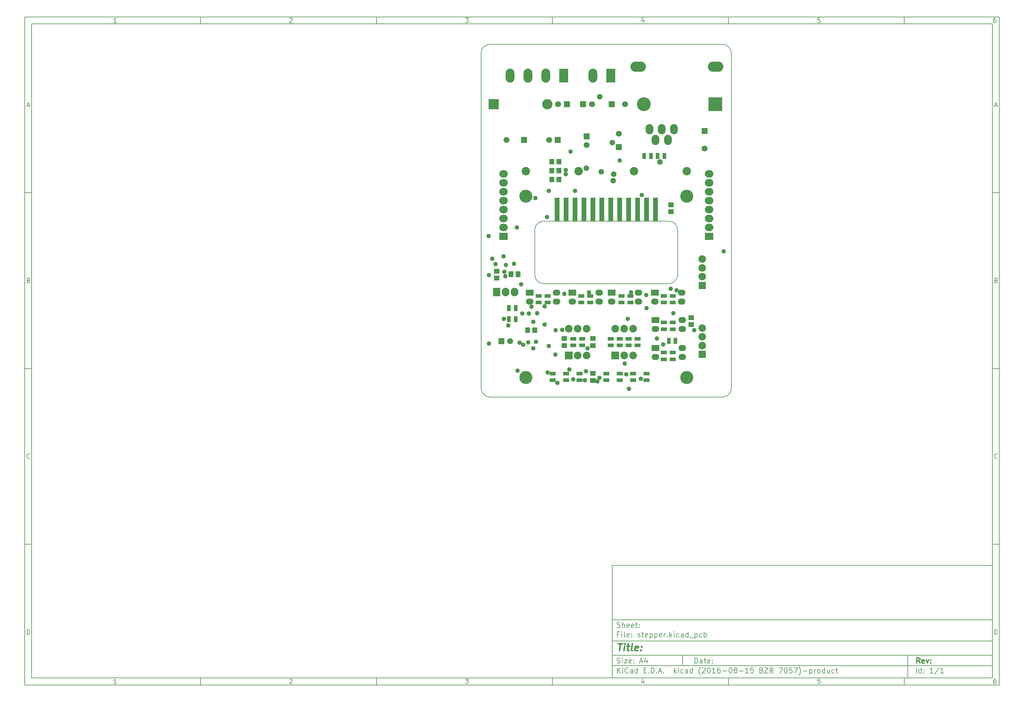
<source format=gbr>
G04 #@! TF.FileFunction,Soldermask,Bot*
%FSLAX46Y46*%
G04 Gerber Fmt 4.6, Leading zero omitted, Abs format (unit mm)*
G04 Created by KiCad (PCBNEW (2016-08-15 BZR 7057)-product) date Tue Nov  8 12:42:18 2016*
%MOMM*%
%LPD*%
G01*
G04 APERTURE LIST*
%ADD10C,0.100000*%
%ADD11C,0.150000*%
%ADD12C,0.300000*%
%ADD13C,0.400000*%
%ADD14C,3.700000*%
%ADD15R,1.400000X1.650000*%
%ADD16R,1.700000X1.100000*%
%ADD17R,1.100000X1.700000*%
%ADD18R,2.178000X2.178000*%
%ADD19C,2.178000*%
%ADD20R,1.650000X1.400000*%
%ADD21R,2.178000X1.700000*%
%ADD22O,2.178000X1.700000*%
%ADD23C,3.940760*%
%ADD24R,3.940760X3.940760*%
%ADD25C,2.150000*%
%ADD26R,2.150000X2.150000*%
%ADD27C,2.940000*%
%ADD28R,2.940000X2.940000*%
%ADD29C,1.700000*%
%ADD30R,1.700000X1.700000*%
%ADD31O,4.400500X2.899360*%
%ADD32R,2.432000X2.127200*%
%ADD33O,2.432000X2.127200*%
%ADD34R,2.500000X4.000000*%
%ADD35O,2.500000X4.000000*%
%ADD36C,2.398980*%
%ADD37R,2.127200X2.432000*%
%ADD38O,2.127200X2.432000*%
%ADD39R,1.400760X6.900000*%
%ADD40O,2.200860X2.899360*%
%ADD41C,1.300000*%
%ADD42C,1.600000*%
G04 APERTURE END LIST*
D10*
D11*
X177002200Y-166007200D02*
X177002200Y-198007200D01*
X285002200Y-198007200D01*
X285002200Y-166007200D01*
X177002200Y-166007200D01*
D10*
D11*
X10000000Y-10000000D02*
X10000000Y-200007200D01*
X287002200Y-200007200D01*
X287002200Y-10000000D01*
X10000000Y-10000000D01*
D10*
D11*
X12000000Y-12000000D02*
X12000000Y-198007200D01*
X285002200Y-198007200D01*
X285002200Y-12000000D01*
X12000000Y-12000000D01*
D10*
D11*
X60000000Y-12000000D02*
X60000000Y-10000000D01*
D10*
D11*
X110000000Y-12000000D02*
X110000000Y-10000000D01*
D10*
D11*
X160000000Y-12000000D02*
X160000000Y-10000000D01*
D10*
D11*
X210000000Y-12000000D02*
X210000000Y-10000000D01*
D10*
D11*
X260000000Y-12000000D02*
X260000000Y-10000000D01*
D10*
D11*
X36065476Y-11588095D02*
X35322619Y-11588095D01*
X35694047Y-11588095D02*
X35694047Y-10288095D01*
X35570238Y-10473809D01*
X35446428Y-10597619D01*
X35322619Y-10659523D01*
D10*
D11*
X85322619Y-10411904D02*
X85384523Y-10350000D01*
X85508333Y-10288095D01*
X85817857Y-10288095D01*
X85941666Y-10350000D01*
X86003571Y-10411904D01*
X86065476Y-10535714D01*
X86065476Y-10659523D01*
X86003571Y-10845238D01*
X85260714Y-11588095D01*
X86065476Y-11588095D01*
D10*
D11*
X135260714Y-10288095D02*
X136065476Y-10288095D01*
X135632142Y-10783333D01*
X135817857Y-10783333D01*
X135941666Y-10845238D01*
X136003571Y-10907142D01*
X136065476Y-11030952D01*
X136065476Y-11340476D01*
X136003571Y-11464285D01*
X135941666Y-11526190D01*
X135817857Y-11588095D01*
X135446428Y-11588095D01*
X135322619Y-11526190D01*
X135260714Y-11464285D01*
D10*
D11*
X185941666Y-10721428D02*
X185941666Y-11588095D01*
X185632142Y-10226190D02*
X185322619Y-11154761D01*
X186127380Y-11154761D01*
D10*
D11*
X236003571Y-10288095D02*
X235384523Y-10288095D01*
X235322619Y-10907142D01*
X235384523Y-10845238D01*
X235508333Y-10783333D01*
X235817857Y-10783333D01*
X235941666Y-10845238D01*
X236003571Y-10907142D01*
X236065476Y-11030952D01*
X236065476Y-11340476D01*
X236003571Y-11464285D01*
X235941666Y-11526190D01*
X235817857Y-11588095D01*
X235508333Y-11588095D01*
X235384523Y-11526190D01*
X235322619Y-11464285D01*
D10*
D11*
X285941666Y-10288095D02*
X285694047Y-10288095D01*
X285570238Y-10350000D01*
X285508333Y-10411904D01*
X285384523Y-10597619D01*
X285322619Y-10845238D01*
X285322619Y-11340476D01*
X285384523Y-11464285D01*
X285446428Y-11526190D01*
X285570238Y-11588095D01*
X285817857Y-11588095D01*
X285941666Y-11526190D01*
X286003571Y-11464285D01*
X286065476Y-11340476D01*
X286065476Y-11030952D01*
X286003571Y-10907142D01*
X285941666Y-10845238D01*
X285817857Y-10783333D01*
X285570238Y-10783333D01*
X285446428Y-10845238D01*
X285384523Y-10907142D01*
X285322619Y-11030952D01*
D10*
D11*
X60000000Y-198007200D02*
X60000000Y-200007200D01*
D10*
D11*
X110000000Y-198007200D02*
X110000000Y-200007200D01*
D10*
D11*
X160000000Y-198007200D02*
X160000000Y-200007200D01*
D10*
D11*
X210000000Y-198007200D02*
X210000000Y-200007200D01*
D10*
D11*
X260000000Y-198007200D02*
X260000000Y-200007200D01*
D10*
D11*
X36065476Y-199595295D02*
X35322619Y-199595295D01*
X35694047Y-199595295D02*
X35694047Y-198295295D01*
X35570238Y-198481009D01*
X35446428Y-198604819D01*
X35322619Y-198666723D01*
D10*
D11*
X85322619Y-198419104D02*
X85384523Y-198357200D01*
X85508333Y-198295295D01*
X85817857Y-198295295D01*
X85941666Y-198357200D01*
X86003571Y-198419104D01*
X86065476Y-198542914D01*
X86065476Y-198666723D01*
X86003571Y-198852438D01*
X85260714Y-199595295D01*
X86065476Y-199595295D01*
D10*
D11*
X135260714Y-198295295D02*
X136065476Y-198295295D01*
X135632142Y-198790533D01*
X135817857Y-198790533D01*
X135941666Y-198852438D01*
X136003571Y-198914342D01*
X136065476Y-199038152D01*
X136065476Y-199347676D01*
X136003571Y-199471485D01*
X135941666Y-199533390D01*
X135817857Y-199595295D01*
X135446428Y-199595295D01*
X135322619Y-199533390D01*
X135260714Y-199471485D01*
D10*
D11*
X185941666Y-198728628D02*
X185941666Y-199595295D01*
X185632142Y-198233390D02*
X185322619Y-199161961D01*
X186127380Y-199161961D01*
D10*
D11*
X236003571Y-198295295D02*
X235384523Y-198295295D01*
X235322619Y-198914342D01*
X235384523Y-198852438D01*
X235508333Y-198790533D01*
X235817857Y-198790533D01*
X235941666Y-198852438D01*
X236003571Y-198914342D01*
X236065476Y-199038152D01*
X236065476Y-199347676D01*
X236003571Y-199471485D01*
X235941666Y-199533390D01*
X235817857Y-199595295D01*
X235508333Y-199595295D01*
X235384523Y-199533390D01*
X235322619Y-199471485D01*
D10*
D11*
X285941666Y-198295295D02*
X285694047Y-198295295D01*
X285570238Y-198357200D01*
X285508333Y-198419104D01*
X285384523Y-198604819D01*
X285322619Y-198852438D01*
X285322619Y-199347676D01*
X285384523Y-199471485D01*
X285446428Y-199533390D01*
X285570238Y-199595295D01*
X285817857Y-199595295D01*
X285941666Y-199533390D01*
X286003571Y-199471485D01*
X286065476Y-199347676D01*
X286065476Y-199038152D01*
X286003571Y-198914342D01*
X285941666Y-198852438D01*
X285817857Y-198790533D01*
X285570238Y-198790533D01*
X285446428Y-198852438D01*
X285384523Y-198914342D01*
X285322619Y-199038152D01*
D10*
D11*
X10000000Y-60000000D02*
X12000000Y-60000000D01*
D10*
D11*
X10000000Y-110000000D02*
X12000000Y-110000000D01*
D10*
D11*
X10000000Y-160000000D02*
X12000000Y-160000000D01*
D10*
D11*
X10690476Y-35216666D02*
X11309523Y-35216666D01*
X10566666Y-35588095D02*
X11000000Y-34288095D01*
X11433333Y-35588095D01*
D10*
D11*
X11092857Y-84907142D02*
X11278571Y-84969047D01*
X11340476Y-85030952D01*
X11402380Y-85154761D01*
X11402380Y-85340476D01*
X11340476Y-85464285D01*
X11278571Y-85526190D01*
X11154761Y-85588095D01*
X10659523Y-85588095D01*
X10659523Y-84288095D01*
X11092857Y-84288095D01*
X11216666Y-84350000D01*
X11278571Y-84411904D01*
X11340476Y-84535714D01*
X11340476Y-84659523D01*
X11278571Y-84783333D01*
X11216666Y-84845238D01*
X11092857Y-84907142D01*
X10659523Y-84907142D01*
D10*
D11*
X11402380Y-135464285D02*
X11340476Y-135526190D01*
X11154761Y-135588095D01*
X11030952Y-135588095D01*
X10845238Y-135526190D01*
X10721428Y-135402380D01*
X10659523Y-135278571D01*
X10597619Y-135030952D01*
X10597619Y-134845238D01*
X10659523Y-134597619D01*
X10721428Y-134473809D01*
X10845238Y-134350000D01*
X11030952Y-134288095D01*
X11154761Y-134288095D01*
X11340476Y-134350000D01*
X11402380Y-134411904D01*
D10*
D11*
X10659523Y-185588095D02*
X10659523Y-184288095D01*
X10969047Y-184288095D01*
X11154761Y-184350000D01*
X11278571Y-184473809D01*
X11340476Y-184597619D01*
X11402380Y-184845238D01*
X11402380Y-185030952D01*
X11340476Y-185278571D01*
X11278571Y-185402380D01*
X11154761Y-185526190D01*
X10969047Y-185588095D01*
X10659523Y-185588095D01*
D10*
D11*
X287002200Y-60000000D02*
X285002200Y-60000000D01*
D10*
D11*
X287002200Y-110000000D02*
X285002200Y-110000000D01*
D10*
D11*
X287002200Y-160000000D02*
X285002200Y-160000000D01*
D10*
D11*
X285692676Y-35216666D02*
X286311723Y-35216666D01*
X285568866Y-35588095D02*
X286002200Y-34288095D01*
X286435533Y-35588095D01*
D10*
D11*
X286095057Y-84907142D02*
X286280771Y-84969047D01*
X286342676Y-85030952D01*
X286404580Y-85154761D01*
X286404580Y-85340476D01*
X286342676Y-85464285D01*
X286280771Y-85526190D01*
X286156961Y-85588095D01*
X285661723Y-85588095D01*
X285661723Y-84288095D01*
X286095057Y-84288095D01*
X286218866Y-84350000D01*
X286280771Y-84411904D01*
X286342676Y-84535714D01*
X286342676Y-84659523D01*
X286280771Y-84783333D01*
X286218866Y-84845238D01*
X286095057Y-84907142D01*
X285661723Y-84907142D01*
D10*
D11*
X286404580Y-135464285D02*
X286342676Y-135526190D01*
X286156961Y-135588095D01*
X286033152Y-135588095D01*
X285847438Y-135526190D01*
X285723628Y-135402380D01*
X285661723Y-135278571D01*
X285599819Y-135030952D01*
X285599819Y-134845238D01*
X285661723Y-134597619D01*
X285723628Y-134473809D01*
X285847438Y-134350000D01*
X286033152Y-134288095D01*
X286156961Y-134288095D01*
X286342676Y-134350000D01*
X286404580Y-134411904D01*
D10*
D11*
X285661723Y-185588095D02*
X285661723Y-184288095D01*
X285971247Y-184288095D01*
X286156961Y-184350000D01*
X286280771Y-184473809D01*
X286342676Y-184597619D01*
X286404580Y-184845238D01*
X286404580Y-185030952D01*
X286342676Y-185278571D01*
X286280771Y-185402380D01*
X286156961Y-185526190D01*
X285971247Y-185588095D01*
X285661723Y-185588095D01*
D10*
D11*
X200434342Y-193785771D02*
X200434342Y-192285771D01*
X200791485Y-192285771D01*
X201005771Y-192357200D01*
X201148628Y-192500057D01*
X201220057Y-192642914D01*
X201291485Y-192928628D01*
X201291485Y-193142914D01*
X201220057Y-193428628D01*
X201148628Y-193571485D01*
X201005771Y-193714342D01*
X200791485Y-193785771D01*
X200434342Y-193785771D01*
X202577200Y-193785771D02*
X202577200Y-193000057D01*
X202505771Y-192857200D01*
X202362914Y-192785771D01*
X202077200Y-192785771D01*
X201934342Y-192857200D01*
X202577200Y-193714342D02*
X202434342Y-193785771D01*
X202077200Y-193785771D01*
X201934342Y-193714342D01*
X201862914Y-193571485D01*
X201862914Y-193428628D01*
X201934342Y-193285771D01*
X202077200Y-193214342D01*
X202434342Y-193214342D01*
X202577200Y-193142914D01*
X203077200Y-192785771D02*
X203648628Y-192785771D01*
X203291485Y-192285771D02*
X203291485Y-193571485D01*
X203362914Y-193714342D01*
X203505771Y-193785771D01*
X203648628Y-193785771D01*
X204720057Y-193714342D02*
X204577200Y-193785771D01*
X204291485Y-193785771D01*
X204148628Y-193714342D01*
X204077200Y-193571485D01*
X204077200Y-193000057D01*
X204148628Y-192857200D01*
X204291485Y-192785771D01*
X204577200Y-192785771D01*
X204720057Y-192857200D01*
X204791485Y-193000057D01*
X204791485Y-193142914D01*
X204077200Y-193285771D01*
X205434342Y-193642914D02*
X205505771Y-193714342D01*
X205434342Y-193785771D01*
X205362914Y-193714342D01*
X205434342Y-193642914D01*
X205434342Y-193785771D01*
X205434342Y-192857200D02*
X205505771Y-192928628D01*
X205434342Y-193000057D01*
X205362914Y-192928628D01*
X205434342Y-192857200D01*
X205434342Y-193000057D01*
D10*
D11*
X177002200Y-194507200D02*
X285002200Y-194507200D01*
D10*
D11*
X178434342Y-196585771D02*
X178434342Y-195085771D01*
X179291485Y-196585771D02*
X178648628Y-195728628D01*
X179291485Y-195085771D02*
X178434342Y-195942914D01*
X179934342Y-196585771D02*
X179934342Y-195585771D01*
X179934342Y-195085771D02*
X179862914Y-195157200D01*
X179934342Y-195228628D01*
X180005771Y-195157200D01*
X179934342Y-195085771D01*
X179934342Y-195228628D01*
X181505771Y-196442914D02*
X181434342Y-196514342D01*
X181220057Y-196585771D01*
X181077200Y-196585771D01*
X180862914Y-196514342D01*
X180720057Y-196371485D01*
X180648628Y-196228628D01*
X180577200Y-195942914D01*
X180577200Y-195728628D01*
X180648628Y-195442914D01*
X180720057Y-195300057D01*
X180862914Y-195157200D01*
X181077200Y-195085771D01*
X181220057Y-195085771D01*
X181434342Y-195157200D01*
X181505771Y-195228628D01*
X182791485Y-196585771D02*
X182791485Y-195800057D01*
X182720057Y-195657200D01*
X182577200Y-195585771D01*
X182291485Y-195585771D01*
X182148628Y-195657200D01*
X182791485Y-196514342D02*
X182648628Y-196585771D01*
X182291485Y-196585771D01*
X182148628Y-196514342D01*
X182077200Y-196371485D01*
X182077200Y-196228628D01*
X182148628Y-196085771D01*
X182291485Y-196014342D01*
X182648628Y-196014342D01*
X182791485Y-195942914D01*
X184148628Y-196585771D02*
X184148628Y-195085771D01*
X184148628Y-196514342D02*
X184005771Y-196585771D01*
X183720057Y-196585771D01*
X183577200Y-196514342D01*
X183505771Y-196442914D01*
X183434342Y-196300057D01*
X183434342Y-195871485D01*
X183505771Y-195728628D01*
X183577200Y-195657200D01*
X183720057Y-195585771D01*
X184005771Y-195585771D01*
X184148628Y-195657200D01*
X186005771Y-195800057D02*
X186505771Y-195800057D01*
X186720057Y-196585771D02*
X186005771Y-196585771D01*
X186005771Y-195085771D01*
X186720057Y-195085771D01*
X187362914Y-196442914D02*
X187434342Y-196514342D01*
X187362914Y-196585771D01*
X187291485Y-196514342D01*
X187362914Y-196442914D01*
X187362914Y-196585771D01*
X188077200Y-196585771D02*
X188077200Y-195085771D01*
X188434342Y-195085771D01*
X188648628Y-195157200D01*
X188791485Y-195300057D01*
X188862914Y-195442914D01*
X188934342Y-195728628D01*
X188934342Y-195942914D01*
X188862914Y-196228628D01*
X188791485Y-196371485D01*
X188648628Y-196514342D01*
X188434342Y-196585771D01*
X188077200Y-196585771D01*
X189577200Y-196442914D02*
X189648628Y-196514342D01*
X189577200Y-196585771D01*
X189505771Y-196514342D01*
X189577200Y-196442914D01*
X189577200Y-196585771D01*
X190220057Y-196157200D02*
X190934342Y-196157200D01*
X190077200Y-196585771D02*
X190577200Y-195085771D01*
X191077200Y-196585771D01*
X191577200Y-196442914D02*
X191648628Y-196514342D01*
X191577200Y-196585771D01*
X191505771Y-196514342D01*
X191577200Y-196442914D01*
X191577200Y-196585771D01*
X194577200Y-196585771D02*
X194577200Y-195085771D01*
X194720057Y-196014342D02*
X195148628Y-196585771D01*
X195148628Y-195585771D02*
X194577200Y-196157200D01*
X195791485Y-196585771D02*
X195791485Y-195585771D01*
X195791485Y-195085771D02*
X195720057Y-195157200D01*
X195791485Y-195228628D01*
X195862914Y-195157200D01*
X195791485Y-195085771D01*
X195791485Y-195228628D01*
X197148628Y-196514342D02*
X197005771Y-196585771D01*
X196720057Y-196585771D01*
X196577200Y-196514342D01*
X196505771Y-196442914D01*
X196434342Y-196300057D01*
X196434342Y-195871485D01*
X196505771Y-195728628D01*
X196577200Y-195657200D01*
X196720057Y-195585771D01*
X197005771Y-195585771D01*
X197148628Y-195657200D01*
X198434342Y-196585771D02*
X198434342Y-195800057D01*
X198362914Y-195657200D01*
X198220057Y-195585771D01*
X197934342Y-195585771D01*
X197791485Y-195657200D01*
X198434342Y-196514342D02*
X198291485Y-196585771D01*
X197934342Y-196585771D01*
X197791485Y-196514342D01*
X197720057Y-196371485D01*
X197720057Y-196228628D01*
X197791485Y-196085771D01*
X197934342Y-196014342D01*
X198291485Y-196014342D01*
X198434342Y-195942914D01*
X199791485Y-196585771D02*
X199791485Y-195085771D01*
X199791485Y-196514342D02*
X199648628Y-196585771D01*
X199362914Y-196585771D01*
X199220057Y-196514342D01*
X199148628Y-196442914D01*
X199077200Y-196300057D01*
X199077200Y-195871485D01*
X199148628Y-195728628D01*
X199220057Y-195657200D01*
X199362914Y-195585771D01*
X199648628Y-195585771D01*
X199791485Y-195657200D01*
X202077200Y-197157200D02*
X202005771Y-197085771D01*
X201862914Y-196871485D01*
X201791485Y-196728628D01*
X201720057Y-196514342D01*
X201648628Y-196157200D01*
X201648628Y-195871485D01*
X201720057Y-195514342D01*
X201791485Y-195300057D01*
X201862914Y-195157200D01*
X202005771Y-194942914D01*
X202077200Y-194871485D01*
X202577200Y-195228628D02*
X202648628Y-195157200D01*
X202791485Y-195085771D01*
X203148628Y-195085771D01*
X203291485Y-195157200D01*
X203362914Y-195228628D01*
X203434342Y-195371485D01*
X203434342Y-195514342D01*
X203362914Y-195728628D01*
X202505771Y-196585771D01*
X203434342Y-196585771D01*
X204362914Y-195085771D02*
X204505771Y-195085771D01*
X204648628Y-195157200D01*
X204720057Y-195228628D01*
X204791485Y-195371485D01*
X204862914Y-195657200D01*
X204862914Y-196014342D01*
X204791485Y-196300057D01*
X204720057Y-196442914D01*
X204648628Y-196514342D01*
X204505771Y-196585771D01*
X204362914Y-196585771D01*
X204220057Y-196514342D01*
X204148628Y-196442914D01*
X204077200Y-196300057D01*
X204005771Y-196014342D01*
X204005771Y-195657200D01*
X204077200Y-195371485D01*
X204148628Y-195228628D01*
X204220057Y-195157200D01*
X204362914Y-195085771D01*
X206291485Y-196585771D02*
X205434342Y-196585771D01*
X205862914Y-196585771D02*
X205862914Y-195085771D01*
X205720057Y-195300057D01*
X205577200Y-195442914D01*
X205434342Y-195514342D01*
X207577200Y-195085771D02*
X207291485Y-195085771D01*
X207148628Y-195157200D01*
X207077200Y-195228628D01*
X206934342Y-195442914D01*
X206862914Y-195728628D01*
X206862914Y-196300057D01*
X206934342Y-196442914D01*
X207005771Y-196514342D01*
X207148628Y-196585771D01*
X207434342Y-196585771D01*
X207577200Y-196514342D01*
X207648628Y-196442914D01*
X207720057Y-196300057D01*
X207720057Y-195942914D01*
X207648628Y-195800057D01*
X207577200Y-195728628D01*
X207434342Y-195657200D01*
X207148628Y-195657200D01*
X207005771Y-195728628D01*
X206934342Y-195800057D01*
X206862914Y-195942914D01*
X208362914Y-196014342D02*
X209505771Y-196014342D01*
X210505771Y-195085771D02*
X210648628Y-195085771D01*
X210791485Y-195157200D01*
X210862914Y-195228628D01*
X210934342Y-195371485D01*
X211005771Y-195657200D01*
X211005771Y-196014342D01*
X210934342Y-196300057D01*
X210862914Y-196442914D01*
X210791485Y-196514342D01*
X210648628Y-196585771D01*
X210505771Y-196585771D01*
X210362914Y-196514342D01*
X210291485Y-196442914D01*
X210220057Y-196300057D01*
X210148628Y-196014342D01*
X210148628Y-195657200D01*
X210220057Y-195371485D01*
X210291485Y-195228628D01*
X210362914Y-195157200D01*
X210505771Y-195085771D01*
X211862914Y-195728628D02*
X211720057Y-195657200D01*
X211648628Y-195585771D01*
X211577200Y-195442914D01*
X211577200Y-195371485D01*
X211648628Y-195228628D01*
X211720057Y-195157200D01*
X211862914Y-195085771D01*
X212148628Y-195085771D01*
X212291485Y-195157200D01*
X212362914Y-195228628D01*
X212434342Y-195371485D01*
X212434342Y-195442914D01*
X212362914Y-195585771D01*
X212291485Y-195657200D01*
X212148628Y-195728628D01*
X211862914Y-195728628D01*
X211720057Y-195800057D01*
X211648628Y-195871485D01*
X211577200Y-196014342D01*
X211577200Y-196300057D01*
X211648628Y-196442914D01*
X211720057Y-196514342D01*
X211862914Y-196585771D01*
X212148628Y-196585771D01*
X212291485Y-196514342D01*
X212362914Y-196442914D01*
X212434342Y-196300057D01*
X212434342Y-196014342D01*
X212362914Y-195871485D01*
X212291485Y-195800057D01*
X212148628Y-195728628D01*
X213077200Y-196014342D02*
X214220057Y-196014342D01*
X215720057Y-196585771D02*
X214862914Y-196585771D01*
X215291485Y-196585771D02*
X215291485Y-195085771D01*
X215148628Y-195300057D01*
X215005771Y-195442914D01*
X214862914Y-195514342D01*
X217077200Y-195085771D02*
X216362914Y-195085771D01*
X216291485Y-195800057D01*
X216362914Y-195728628D01*
X216505771Y-195657200D01*
X216862914Y-195657200D01*
X217005771Y-195728628D01*
X217077200Y-195800057D01*
X217148628Y-195942914D01*
X217148628Y-196300057D01*
X217077200Y-196442914D01*
X217005771Y-196514342D01*
X216862914Y-196585771D01*
X216505771Y-196585771D01*
X216362914Y-196514342D01*
X216291485Y-196442914D01*
X219434342Y-195800057D02*
X219648628Y-195871485D01*
X219720057Y-195942914D01*
X219791485Y-196085771D01*
X219791485Y-196300057D01*
X219720057Y-196442914D01*
X219648628Y-196514342D01*
X219505771Y-196585771D01*
X218934342Y-196585771D01*
X218934342Y-195085771D01*
X219434342Y-195085771D01*
X219577200Y-195157200D01*
X219648628Y-195228628D01*
X219720057Y-195371485D01*
X219720057Y-195514342D01*
X219648628Y-195657200D01*
X219577200Y-195728628D01*
X219434342Y-195800057D01*
X218934342Y-195800057D01*
X220291485Y-195085771D02*
X221291485Y-195085771D01*
X220291485Y-196585771D01*
X221291485Y-196585771D01*
X222720057Y-196585771D02*
X222220057Y-195871485D01*
X221862914Y-196585771D02*
X221862914Y-195085771D01*
X222434342Y-195085771D01*
X222577200Y-195157200D01*
X222648628Y-195228628D01*
X222720057Y-195371485D01*
X222720057Y-195585771D01*
X222648628Y-195728628D01*
X222577200Y-195800057D01*
X222434342Y-195871485D01*
X221862914Y-195871485D01*
X224362914Y-195085771D02*
X225362914Y-195085771D01*
X224720057Y-196585771D01*
X226220057Y-195085771D02*
X226362914Y-195085771D01*
X226505771Y-195157200D01*
X226577200Y-195228628D01*
X226648628Y-195371485D01*
X226720057Y-195657200D01*
X226720057Y-196014342D01*
X226648628Y-196300057D01*
X226577200Y-196442914D01*
X226505771Y-196514342D01*
X226362914Y-196585771D01*
X226220057Y-196585771D01*
X226077200Y-196514342D01*
X226005771Y-196442914D01*
X225934342Y-196300057D01*
X225862914Y-196014342D01*
X225862914Y-195657200D01*
X225934342Y-195371485D01*
X226005771Y-195228628D01*
X226077200Y-195157200D01*
X226220057Y-195085771D01*
X228077200Y-195085771D02*
X227362914Y-195085771D01*
X227291485Y-195800057D01*
X227362914Y-195728628D01*
X227505771Y-195657200D01*
X227862914Y-195657200D01*
X228005771Y-195728628D01*
X228077200Y-195800057D01*
X228148628Y-195942914D01*
X228148628Y-196300057D01*
X228077200Y-196442914D01*
X228005771Y-196514342D01*
X227862914Y-196585771D01*
X227505771Y-196585771D01*
X227362914Y-196514342D01*
X227291485Y-196442914D01*
X228648628Y-195085771D02*
X229648628Y-195085771D01*
X229005771Y-196585771D01*
X230077199Y-197157200D02*
X230148628Y-197085771D01*
X230291485Y-196871485D01*
X230362914Y-196728628D01*
X230434342Y-196514342D01*
X230505771Y-196157200D01*
X230505771Y-195871485D01*
X230434342Y-195514342D01*
X230362914Y-195300057D01*
X230291485Y-195157200D01*
X230148628Y-194942914D01*
X230077199Y-194871485D01*
X231220057Y-196014342D02*
X232362914Y-196014342D01*
X233077199Y-195585771D02*
X233077199Y-197085771D01*
X233077199Y-195657200D02*
X233220057Y-195585771D01*
X233505771Y-195585771D01*
X233648628Y-195657200D01*
X233720057Y-195728628D01*
X233791485Y-195871485D01*
X233791485Y-196300057D01*
X233720057Y-196442914D01*
X233648628Y-196514342D01*
X233505771Y-196585771D01*
X233220057Y-196585771D01*
X233077199Y-196514342D01*
X234434342Y-196585771D02*
X234434342Y-195585771D01*
X234434342Y-195871485D02*
X234505771Y-195728628D01*
X234577199Y-195657200D01*
X234720057Y-195585771D01*
X234862914Y-195585771D01*
X235577199Y-196585771D02*
X235434342Y-196514342D01*
X235362914Y-196442914D01*
X235291485Y-196300057D01*
X235291485Y-195871485D01*
X235362914Y-195728628D01*
X235434342Y-195657200D01*
X235577199Y-195585771D01*
X235791485Y-195585771D01*
X235934342Y-195657200D01*
X236005771Y-195728628D01*
X236077199Y-195871485D01*
X236077199Y-196300057D01*
X236005771Y-196442914D01*
X235934342Y-196514342D01*
X235791485Y-196585771D01*
X235577199Y-196585771D01*
X237362914Y-196585771D02*
X237362914Y-195085771D01*
X237362914Y-196514342D02*
X237220057Y-196585771D01*
X236934342Y-196585771D01*
X236791485Y-196514342D01*
X236720057Y-196442914D01*
X236648628Y-196300057D01*
X236648628Y-195871485D01*
X236720057Y-195728628D01*
X236791485Y-195657200D01*
X236934342Y-195585771D01*
X237220057Y-195585771D01*
X237362914Y-195657200D01*
X238720057Y-195585771D02*
X238720057Y-196585771D01*
X238077199Y-195585771D02*
X238077199Y-196371485D01*
X238148628Y-196514342D01*
X238291485Y-196585771D01*
X238505771Y-196585771D01*
X238648628Y-196514342D01*
X238720057Y-196442914D01*
X240077199Y-196514342D02*
X239934342Y-196585771D01*
X239648628Y-196585771D01*
X239505771Y-196514342D01*
X239434342Y-196442914D01*
X239362914Y-196300057D01*
X239362914Y-195871485D01*
X239434342Y-195728628D01*
X239505771Y-195657200D01*
X239648628Y-195585771D01*
X239934342Y-195585771D01*
X240077199Y-195657200D01*
X240505771Y-195585771D02*
X241077199Y-195585771D01*
X240720057Y-195085771D02*
X240720057Y-196371485D01*
X240791485Y-196514342D01*
X240934342Y-196585771D01*
X241077199Y-196585771D01*
D10*
D11*
X177002200Y-191507200D02*
X285002200Y-191507200D01*
D10*
D12*
X264411485Y-193785771D02*
X263911485Y-193071485D01*
X263554342Y-193785771D02*
X263554342Y-192285771D01*
X264125771Y-192285771D01*
X264268628Y-192357200D01*
X264340057Y-192428628D01*
X264411485Y-192571485D01*
X264411485Y-192785771D01*
X264340057Y-192928628D01*
X264268628Y-193000057D01*
X264125771Y-193071485D01*
X263554342Y-193071485D01*
X265625771Y-193714342D02*
X265482914Y-193785771D01*
X265197200Y-193785771D01*
X265054342Y-193714342D01*
X264982914Y-193571485D01*
X264982914Y-193000057D01*
X265054342Y-192857200D01*
X265197200Y-192785771D01*
X265482914Y-192785771D01*
X265625771Y-192857200D01*
X265697200Y-193000057D01*
X265697200Y-193142914D01*
X264982914Y-193285771D01*
X266197200Y-192785771D02*
X266554342Y-193785771D01*
X266911485Y-192785771D01*
X267482914Y-193642914D02*
X267554342Y-193714342D01*
X267482914Y-193785771D01*
X267411485Y-193714342D01*
X267482914Y-193642914D01*
X267482914Y-193785771D01*
X267482914Y-192857200D02*
X267554342Y-192928628D01*
X267482914Y-193000057D01*
X267411485Y-192928628D01*
X267482914Y-192857200D01*
X267482914Y-193000057D01*
D10*
D11*
X178362914Y-193714342D02*
X178577200Y-193785771D01*
X178934342Y-193785771D01*
X179077200Y-193714342D01*
X179148628Y-193642914D01*
X179220057Y-193500057D01*
X179220057Y-193357200D01*
X179148628Y-193214342D01*
X179077200Y-193142914D01*
X178934342Y-193071485D01*
X178648628Y-193000057D01*
X178505771Y-192928628D01*
X178434342Y-192857200D01*
X178362914Y-192714342D01*
X178362914Y-192571485D01*
X178434342Y-192428628D01*
X178505771Y-192357200D01*
X178648628Y-192285771D01*
X179005771Y-192285771D01*
X179220057Y-192357200D01*
X179862914Y-193785771D02*
X179862914Y-192785771D01*
X179862914Y-192285771D02*
X179791485Y-192357200D01*
X179862914Y-192428628D01*
X179934342Y-192357200D01*
X179862914Y-192285771D01*
X179862914Y-192428628D01*
X180434342Y-192785771D02*
X181220057Y-192785771D01*
X180434342Y-193785771D01*
X181220057Y-193785771D01*
X182362914Y-193714342D02*
X182220057Y-193785771D01*
X181934342Y-193785771D01*
X181791485Y-193714342D01*
X181720057Y-193571485D01*
X181720057Y-193000057D01*
X181791485Y-192857200D01*
X181934342Y-192785771D01*
X182220057Y-192785771D01*
X182362914Y-192857200D01*
X182434342Y-193000057D01*
X182434342Y-193142914D01*
X181720057Y-193285771D01*
X183077200Y-193642914D02*
X183148628Y-193714342D01*
X183077200Y-193785771D01*
X183005771Y-193714342D01*
X183077200Y-193642914D01*
X183077200Y-193785771D01*
X183077200Y-192857200D02*
X183148628Y-192928628D01*
X183077200Y-193000057D01*
X183005771Y-192928628D01*
X183077200Y-192857200D01*
X183077200Y-193000057D01*
X184862914Y-193357200D02*
X185577200Y-193357200D01*
X184720057Y-193785771D02*
X185220057Y-192285771D01*
X185720057Y-193785771D01*
X186862914Y-192785771D02*
X186862914Y-193785771D01*
X186505771Y-192214342D02*
X186148628Y-193285771D01*
X187077200Y-193285771D01*
D10*
D11*
X263434342Y-196585771D02*
X263434342Y-195085771D01*
X264791485Y-196585771D02*
X264791485Y-195085771D01*
X264791485Y-196514342D02*
X264648628Y-196585771D01*
X264362914Y-196585771D01*
X264220057Y-196514342D01*
X264148628Y-196442914D01*
X264077200Y-196300057D01*
X264077200Y-195871485D01*
X264148628Y-195728628D01*
X264220057Y-195657200D01*
X264362914Y-195585771D01*
X264648628Y-195585771D01*
X264791485Y-195657200D01*
X265505771Y-196442914D02*
X265577200Y-196514342D01*
X265505771Y-196585771D01*
X265434342Y-196514342D01*
X265505771Y-196442914D01*
X265505771Y-196585771D01*
X265505771Y-195657200D02*
X265577200Y-195728628D01*
X265505771Y-195800057D01*
X265434342Y-195728628D01*
X265505771Y-195657200D01*
X265505771Y-195800057D01*
X268148628Y-196585771D02*
X267291485Y-196585771D01*
X267720057Y-196585771D02*
X267720057Y-195085771D01*
X267577200Y-195300057D01*
X267434342Y-195442914D01*
X267291485Y-195514342D01*
X269862914Y-195014342D02*
X268577200Y-196942914D01*
X271148628Y-196585771D02*
X270291485Y-196585771D01*
X270720057Y-196585771D02*
X270720057Y-195085771D01*
X270577200Y-195300057D01*
X270434342Y-195442914D01*
X270291485Y-195514342D01*
D10*
D11*
X177002200Y-187507200D02*
X285002200Y-187507200D01*
D10*
D13*
X178714580Y-188211961D02*
X179857438Y-188211961D01*
X179036009Y-190211961D02*
X179286009Y-188211961D01*
X180274104Y-190211961D02*
X180440771Y-188878628D01*
X180524104Y-188211961D02*
X180416961Y-188307200D01*
X180500295Y-188402438D01*
X180607438Y-188307200D01*
X180524104Y-188211961D01*
X180500295Y-188402438D01*
X181107438Y-188878628D02*
X181869342Y-188878628D01*
X181476485Y-188211961D02*
X181262200Y-189926247D01*
X181333628Y-190116723D01*
X181512200Y-190211961D01*
X181702676Y-190211961D01*
X182655057Y-190211961D02*
X182476485Y-190116723D01*
X182405057Y-189926247D01*
X182619342Y-188211961D01*
X184190771Y-190116723D02*
X183988390Y-190211961D01*
X183607438Y-190211961D01*
X183428866Y-190116723D01*
X183357438Y-189926247D01*
X183452676Y-189164342D01*
X183571723Y-188973866D01*
X183774104Y-188878628D01*
X184155057Y-188878628D01*
X184333628Y-188973866D01*
X184405057Y-189164342D01*
X184381247Y-189354819D01*
X183405057Y-189545295D01*
X185155057Y-190021485D02*
X185238390Y-190116723D01*
X185131247Y-190211961D01*
X185047914Y-190116723D01*
X185155057Y-190021485D01*
X185131247Y-190211961D01*
X185286009Y-188973866D02*
X185369342Y-189069104D01*
X185262200Y-189164342D01*
X185178866Y-189069104D01*
X185286009Y-188973866D01*
X185262200Y-189164342D01*
D10*
D11*
X178934342Y-185600057D02*
X178434342Y-185600057D01*
X178434342Y-186385771D02*
X178434342Y-184885771D01*
X179148628Y-184885771D01*
X179720057Y-186385771D02*
X179720057Y-185385771D01*
X179720057Y-184885771D02*
X179648628Y-184957200D01*
X179720057Y-185028628D01*
X179791485Y-184957200D01*
X179720057Y-184885771D01*
X179720057Y-185028628D01*
X180648628Y-186385771D02*
X180505771Y-186314342D01*
X180434342Y-186171485D01*
X180434342Y-184885771D01*
X181791485Y-186314342D02*
X181648628Y-186385771D01*
X181362914Y-186385771D01*
X181220057Y-186314342D01*
X181148628Y-186171485D01*
X181148628Y-185600057D01*
X181220057Y-185457200D01*
X181362914Y-185385771D01*
X181648628Y-185385771D01*
X181791485Y-185457200D01*
X181862914Y-185600057D01*
X181862914Y-185742914D01*
X181148628Y-185885771D01*
X182505771Y-186242914D02*
X182577200Y-186314342D01*
X182505771Y-186385771D01*
X182434342Y-186314342D01*
X182505771Y-186242914D01*
X182505771Y-186385771D01*
X182505771Y-185457200D02*
X182577200Y-185528628D01*
X182505771Y-185600057D01*
X182434342Y-185528628D01*
X182505771Y-185457200D01*
X182505771Y-185600057D01*
X184291485Y-186314342D02*
X184434342Y-186385771D01*
X184720057Y-186385771D01*
X184862914Y-186314342D01*
X184934342Y-186171485D01*
X184934342Y-186100057D01*
X184862914Y-185957200D01*
X184720057Y-185885771D01*
X184505771Y-185885771D01*
X184362914Y-185814342D01*
X184291485Y-185671485D01*
X184291485Y-185600057D01*
X184362914Y-185457200D01*
X184505771Y-185385771D01*
X184720057Y-185385771D01*
X184862914Y-185457200D01*
X185362914Y-185385771D02*
X185934342Y-185385771D01*
X185577200Y-184885771D02*
X185577200Y-186171485D01*
X185648628Y-186314342D01*
X185791485Y-186385771D01*
X185934342Y-186385771D01*
X187005771Y-186314342D02*
X186862914Y-186385771D01*
X186577200Y-186385771D01*
X186434342Y-186314342D01*
X186362914Y-186171485D01*
X186362914Y-185600057D01*
X186434342Y-185457200D01*
X186577200Y-185385771D01*
X186862914Y-185385771D01*
X187005771Y-185457200D01*
X187077200Y-185600057D01*
X187077200Y-185742914D01*
X186362914Y-185885771D01*
X187720057Y-185385771D02*
X187720057Y-186885771D01*
X187720057Y-185457200D02*
X187862914Y-185385771D01*
X188148628Y-185385771D01*
X188291485Y-185457200D01*
X188362914Y-185528628D01*
X188434342Y-185671485D01*
X188434342Y-186100057D01*
X188362914Y-186242914D01*
X188291485Y-186314342D01*
X188148628Y-186385771D01*
X187862914Y-186385771D01*
X187720057Y-186314342D01*
X189077200Y-185385771D02*
X189077200Y-186885771D01*
X189077200Y-185457200D02*
X189220057Y-185385771D01*
X189505771Y-185385771D01*
X189648628Y-185457200D01*
X189720057Y-185528628D01*
X189791485Y-185671485D01*
X189791485Y-186100057D01*
X189720057Y-186242914D01*
X189648628Y-186314342D01*
X189505771Y-186385771D01*
X189220057Y-186385771D01*
X189077200Y-186314342D01*
X191005771Y-186314342D02*
X190862914Y-186385771D01*
X190577200Y-186385771D01*
X190434342Y-186314342D01*
X190362914Y-186171485D01*
X190362914Y-185600057D01*
X190434342Y-185457200D01*
X190577200Y-185385771D01*
X190862914Y-185385771D01*
X191005771Y-185457200D01*
X191077200Y-185600057D01*
X191077200Y-185742914D01*
X190362914Y-185885771D01*
X191720057Y-186385771D02*
X191720057Y-185385771D01*
X191720057Y-185671485D02*
X191791485Y-185528628D01*
X191862914Y-185457200D01*
X192005771Y-185385771D01*
X192148628Y-185385771D01*
X192648628Y-186242914D02*
X192720057Y-186314342D01*
X192648628Y-186385771D01*
X192577200Y-186314342D01*
X192648628Y-186242914D01*
X192648628Y-186385771D01*
X193362914Y-186385771D02*
X193362914Y-184885771D01*
X193505771Y-185814342D02*
X193934342Y-186385771D01*
X193934342Y-185385771D02*
X193362914Y-185957200D01*
X194577200Y-186385771D02*
X194577200Y-185385771D01*
X194577200Y-184885771D02*
X194505771Y-184957200D01*
X194577200Y-185028628D01*
X194648628Y-184957200D01*
X194577200Y-184885771D01*
X194577200Y-185028628D01*
X195934342Y-186314342D02*
X195791485Y-186385771D01*
X195505771Y-186385771D01*
X195362914Y-186314342D01*
X195291485Y-186242914D01*
X195220057Y-186100057D01*
X195220057Y-185671485D01*
X195291485Y-185528628D01*
X195362914Y-185457200D01*
X195505771Y-185385771D01*
X195791485Y-185385771D01*
X195934342Y-185457200D01*
X197220057Y-186385771D02*
X197220057Y-185600057D01*
X197148628Y-185457200D01*
X197005771Y-185385771D01*
X196720057Y-185385771D01*
X196577200Y-185457200D01*
X197220057Y-186314342D02*
X197077200Y-186385771D01*
X196720057Y-186385771D01*
X196577200Y-186314342D01*
X196505771Y-186171485D01*
X196505771Y-186028628D01*
X196577200Y-185885771D01*
X196720057Y-185814342D01*
X197077200Y-185814342D01*
X197220057Y-185742914D01*
X198577200Y-186385771D02*
X198577200Y-184885771D01*
X198577200Y-186314342D02*
X198434342Y-186385771D01*
X198148628Y-186385771D01*
X198005771Y-186314342D01*
X197934342Y-186242914D01*
X197862914Y-186100057D01*
X197862914Y-185671485D01*
X197934342Y-185528628D01*
X198005771Y-185457200D01*
X198148628Y-185385771D01*
X198434342Y-185385771D01*
X198577200Y-185457200D01*
X198934342Y-186528628D02*
X200077200Y-186528628D01*
X200434342Y-185385771D02*
X200434342Y-186885771D01*
X200434342Y-185457200D02*
X200577200Y-185385771D01*
X200862914Y-185385771D01*
X201005771Y-185457200D01*
X201077200Y-185528628D01*
X201148628Y-185671485D01*
X201148628Y-186100057D01*
X201077200Y-186242914D01*
X201005771Y-186314342D01*
X200862914Y-186385771D01*
X200577200Y-186385771D01*
X200434342Y-186314342D01*
X202434342Y-186314342D02*
X202291485Y-186385771D01*
X202005771Y-186385771D01*
X201862914Y-186314342D01*
X201791485Y-186242914D01*
X201720057Y-186100057D01*
X201720057Y-185671485D01*
X201791485Y-185528628D01*
X201862914Y-185457200D01*
X202005771Y-185385771D01*
X202291485Y-185385771D01*
X202434342Y-185457200D01*
X203077200Y-186385771D02*
X203077200Y-184885771D01*
X203077200Y-185457200D02*
X203220057Y-185385771D01*
X203505771Y-185385771D01*
X203648628Y-185457200D01*
X203720057Y-185528628D01*
X203791485Y-185671485D01*
X203791485Y-186100057D01*
X203720057Y-186242914D01*
X203648628Y-186314342D01*
X203505771Y-186385771D01*
X203220057Y-186385771D01*
X203077200Y-186314342D01*
D10*
D11*
X177002200Y-181507200D02*
X285002200Y-181507200D01*
D10*
D11*
X178362914Y-183614342D02*
X178577200Y-183685771D01*
X178934342Y-183685771D01*
X179077200Y-183614342D01*
X179148628Y-183542914D01*
X179220057Y-183400057D01*
X179220057Y-183257200D01*
X179148628Y-183114342D01*
X179077200Y-183042914D01*
X178934342Y-182971485D01*
X178648628Y-182900057D01*
X178505771Y-182828628D01*
X178434342Y-182757200D01*
X178362914Y-182614342D01*
X178362914Y-182471485D01*
X178434342Y-182328628D01*
X178505771Y-182257200D01*
X178648628Y-182185771D01*
X179005771Y-182185771D01*
X179220057Y-182257200D01*
X179862914Y-183685771D02*
X179862914Y-182185771D01*
X180505771Y-183685771D02*
X180505771Y-182900057D01*
X180434342Y-182757200D01*
X180291485Y-182685771D01*
X180077200Y-182685771D01*
X179934342Y-182757200D01*
X179862914Y-182828628D01*
X181791485Y-183614342D02*
X181648628Y-183685771D01*
X181362914Y-183685771D01*
X181220057Y-183614342D01*
X181148628Y-183471485D01*
X181148628Y-182900057D01*
X181220057Y-182757200D01*
X181362914Y-182685771D01*
X181648628Y-182685771D01*
X181791485Y-182757200D01*
X181862914Y-182900057D01*
X181862914Y-183042914D01*
X181148628Y-183185771D01*
X183077200Y-183614342D02*
X182934342Y-183685771D01*
X182648628Y-183685771D01*
X182505771Y-183614342D01*
X182434342Y-183471485D01*
X182434342Y-182900057D01*
X182505771Y-182757200D01*
X182648628Y-182685771D01*
X182934342Y-182685771D01*
X183077200Y-182757200D01*
X183148628Y-182900057D01*
X183148628Y-183042914D01*
X182434342Y-183185771D01*
X183577200Y-182685771D02*
X184148628Y-182685771D01*
X183791485Y-182185771D02*
X183791485Y-183471485D01*
X183862914Y-183614342D01*
X184005771Y-183685771D01*
X184148628Y-183685771D01*
X184648628Y-183542914D02*
X184720057Y-183614342D01*
X184648628Y-183685771D01*
X184577200Y-183614342D01*
X184648628Y-183542914D01*
X184648628Y-183685771D01*
X184648628Y-182757200D02*
X184720057Y-182828628D01*
X184648628Y-182900057D01*
X184577200Y-182828628D01*
X184648628Y-182757200D01*
X184648628Y-182900057D01*
D10*
D11*
X197002200Y-191507200D02*
X197002200Y-194507200D01*
D10*
D11*
X261002200Y-191507200D02*
X261002200Y-198007200D01*
X139700000Y-115570000D02*
G75*
G03X142240000Y-118110000I2540000J0D01*
G01*
X208280000Y-118110000D02*
G75*
G03X210820000Y-115570000I0J2540000D01*
G01*
X142240000Y-17780000D02*
G75*
G03X139700000Y-20320000I0J-2540000D01*
G01*
X210820000Y-115570000D02*
X210820000Y-20320000D01*
X210820000Y-20320000D02*
G75*
G03X208280000Y-17780000I-2540000J0D01*
G01*
X142240000Y-118110000D02*
X208280000Y-118110000D01*
X139700000Y-20320000D02*
X139700000Y-115570000D01*
X208280000Y-17780000D02*
X142240000Y-17780000D01*
X154940000Y-83312000D02*
G75*
G03X157480000Y-85852000I2540000J0D01*
G01*
X157480000Y-68072000D02*
G75*
G03X154940000Y-70612000I0J-2540000D01*
G01*
X193040000Y-85852000D02*
G75*
G03X195580000Y-83312000I0J2540000D01*
G01*
X195580000Y-70612000D02*
G75*
G03X193040000Y-68072000I-2540000J0D01*
G01*
X195580000Y-70612000D02*
X195580000Y-83312000D01*
X193040000Y-85852000D02*
X157480000Y-85852000D01*
X154940000Y-83312000D02*
X154940000Y-70612000D01*
X193040000Y-68072000D02*
X157480000Y-68072000D01*
D14*
X152400000Y-112522000D03*
X198120000Y-112522000D03*
X152400000Y-60960000D03*
D15*
X148225000Y-83185000D03*
X150225000Y-83185000D03*
D16*
X165862000Y-101539000D03*
X165862000Y-103439000D03*
X168402000Y-103439000D03*
X168402000Y-101539000D03*
X181610000Y-103439000D03*
X181610000Y-101539000D03*
X184150000Y-101539000D03*
X184150000Y-103439000D03*
X167640000Y-111445000D03*
X167640000Y-113345000D03*
D17*
X194945000Y-102108000D03*
X193045000Y-102108000D03*
D18*
X164592000Y-106299000D03*
D19*
X167132000Y-106299000D03*
X169672000Y-106299000D03*
X169672000Y-98679000D03*
X167132000Y-98679000D03*
X164592000Y-98679000D03*
X177800000Y-98679000D03*
X180340000Y-98679000D03*
X182880000Y-98679000D03*
X182880000Y-106299000D03*
X180340000Y-106299000D03*
D18*
X177800000Y-106299000D03*
D20*
X144145000Y-84312000D03*
X144145000Y-82312000D03*
D16*
X163830000Y-111445000D03*
X163830000Y-113345000D03*
X160020000Y-113345000D03*
X160020000Y-111445000D03*
X186690000Y-111445000D03*
X186690000Y-113345000D03*
D21*
X153543000Y-88392000D03*
D22*
X153543000Y-90932000D03*
X161163000Y-90932000D03*
X161163000Y-88392000D03*
X184404000Y-88392000D03*
X184404000Y-90932000D03*
X176784000Y-90932000D03*
D21*
X176784000Y-88392000D03*
X165608000Y-88392000D03*
D22*
X165608000Y-90932000D03*
X173228000Y-90932000D03*
X173228000Y-88392000D03*
D20*
X199390000Y-97520000D03*
X199390000Y-95520000D03*
D15*
X154940000Y-99060000D03*
X152940000Y-99060000D03*
D20*
X171450000Y-111395000D03*
X171450000Y-113395000D03*
X193675000Y-63405000D03*
X193675000Y-65405000D03*
D23*
X185928000Y-34798040D03*
D24*
X206248000Y-34798040D03*
D21*
X189230000Y-104140000D03*
D22*
X189230000Y-106680000D03*
X196850000Y-106680000D03*
X196850000Y-104140000D03*
X196850000Y-96202500D03*
X196850000Y-98742500D03*
X189230000Y-98742500D03*
D21*
X189230000Y-96202500D03*
X189103000Y-88392000D03*
D22*
X189103000Y-90932000D03*
X196723000Y-90932000D03*
X196723000Y-88392000D03*
D25*
X202565000Y-78860000D03*
X202565000Y-81360000D03*
X202565000Y-83860000D03*
D26*
X202565000Y-86360000D03*
X202565000Y-105965000D03*
D25*
X202565000Y-103465000D03*
X202565000Y-100965000D03*
X202565000Y-98465000D03*
D16*
X182880000Y-113345000D03*
X182880000Y-111445000D03*
X179070000Y-113345000D03*
X179070000Y-111445000D03*
X175260000Y-111445000D03*
X175260000Y-113345000D03*
X176530000Y-101539000D03*
X176530000Y-103439000D03*
X179070000Y-101539000D03*
X179070000Y-103439000D03*
X156083000Y-91247000D03*
X156083000Y-89347000D03*
X191643000Y-105476000D03*
X191643000Y-107376000D03*
X179578000Y-89347000D03*
X179578000Y-91247000D03*
X191643000Y-98803500D03*
X191643000Y-96903500D03*
X168148000Y-91247000D03*
X168148000Y-89347000D03*
X191643000Y-89347000D03*
X191643000Y-91247000D03*
D17*
X148275000Y-83185000D03*
X150175000Y-83185000D03*
X147640000Y-92786400D03*
X149540000Y-92786400D03*
D16*
X158623000Y-91247000D03*
X158623000Y-89347000D03*
X182118000Y-91247000D03*
X182118000Y-89347000D03*
X194183000Y-96903500D03*
X194183000Y-98803500D03*
X170688000Y-89347000D03*
X170688000Y-91247000D03*
X194183000Y-91247000D03*
X194183000Y-89347000D03*
X194183000Y-105476000D03*
X194183000Y-107376000D03*
D17*
X147640000Y-95961000D03*
X149540000Y-95961000D03*
X186055000Y-49530000D03*
X187955000Y-49530000D03*
D15*
X161798000Y-53721000D03*
X159798000Y-53721000D03*
X161798000Y-51181000D03*
X159798000Y-51181000D03*
X161798000Y-56261000D03*
X159798000Y-56261000D03*
D27*
X158496220Y-34798040D03*
D28*
X143256220Y-34798040D03*
D17*
X189865000Y-49530000D03*
X191765000Y-49530000D03*
D20*
X163322000Y-103489000D03*
X163322000Y-101489000D03*
X171450000Y-103489000D03*
X171450000Y-101489000D03*
D29*
X169672000Y-46442000D03*
D30*
X169672000Y-43942000D03*
D29*
X159004000Y-44958000D03*
D30*
X161504000Y-44958000D03*
D29*
X171196000Y-34798000D03*
D30*
X168696000Y-34798000D03*
X164084000Y-34798000D03*
D29*
X161584000Y-34798000D03*
X147955000Y-102235000D03*
D30*
X145455000Y-102235000D03*
X203200000Y-42418000D03*
D29*
X203200000Y-47418000D03*
D30*
X176784000Y-34798000D03*
D29*
X180584000Y-34798000D03*
D30*
X151892000Y-44958000D03*
D29*
X146892000Y-44958000D03*
D31*
X206374740Y-24130000D03*
X184373260Y-24130000D03*
D32*
X204470000Y-72390000D03*
D33*
X204470000Y-69850000D03*
X204470000Y-67310000D03*
X204470000Y-64770000D03*
X204470000Y-62230000D03*
X204470000Y-59690000D03*
X204470000Y-57150000D03*
X204470000Y-54610000D03*
D30*
X178816000Y-46990000D03*
D29*
X178816000Y-43190000D03*
D34*
X176530000Y-26670000D03*
D35*
X171450000Y-26670000D03*
D34*
X163195000Y-26670000D03*
D35*
X158115000Y-26670000D03*
X153035000Y-26670000D03*
X147955000Y-26670000D03*
D36*
X152400000Y-53848000D03*
X167400000Y-53848000D03*
X198134000Y-53848000D03*
X183134000Y-53848000D03*
D32*
X146050000Y-72390000D03*
D33*
X146050000Y-69850000D03*
X146050000Y-67310000D03*
X146050000Y-64770000D03*
X146050000Y-62230000D03*
X146050000Y-59690000D03*
X146050000Y-57150000D03*
X146050000Y-54610000D03*
D14*
X198120000Y-60960000D03*
D37*
X144145000Y-88265000D03*
D38*
X146685000Y-88265000D03*
X149225000Y-88265000D03*
D39*
X189230000Y-64819780D03*
X186690000Y-64819780D03*
X184150000Y-64819780D03*
X181610000Y-64819780D03*
X179070000Y-64819780D03*
X176530000Y-64819780D03*
X173990000Y-64819780D03*
X171450000Y-64819780D03*
X168910000Y-64819780D03*
X166370000Y-64819780D03*
X163830000Y-64819780D03*
X161290000Y-64819780D03*
D40*
X191031000Y-41958260D03*
X194531120Y-41958260D03*
X187530880Y-41958260D03*
X189230140Y-44958000D03*
X192831860Y-44958000D03*
D41*
X142875000Y-78740000D03*
X146050000Y-78105000D03*
X149860000Y-69850000D03*
X158957393Y-59482607D03*
X166377608Y-59482607D03*
X163748192Y-53534301D03*
X179070000Y-50800000D03*
X165100000Y-48260000D03*
X195243700Y-87729300D03*
X182288100Y-88305300D03*
X158616500Y-111140100D03*
X191436300Y-103153200D03*
X170420300Y-88305300D03*
X194366700Y-94275500D03*
X157786000Y-92340600D03*
X164814300Y-110281600D03*
X169546300Y-110806900D03*
X169927300Y-104247400D03*
X163745000Y-54737500D03*
X200245700Y-99047300D03*
X162795300Y-99013400D03*
X151036100Y-86061700D03*
X158474800Y-66915600D03*
X146343200Y-82462400D03*
X150059900Y-110610600D03*
X151702100Y-103263000D03*
X155313000Y-102388500D03*
X141883800Y-72315500D03*
X186743900Y-92825700D03*
X163385500Y-88747700D03*
X146142300Y-95833200D03*
X143788800Y-80276900D03*
X158917600Y-103576900D03*
X149075000Y-80213400D03*
D42*
X190535700Y-51267500D03*
X177202200Y-56604200D03*
X177374600Y-54687000D03*
X169601000Y-53050200D03*
D41*
X160801400Y-106014100D03*
X193549500Y-87333800D03*
X186679800Y-89064500D03*
X181348600Y-95906700D03*
X160872000Y-99060900D03*
X165903100Y-113092400D03*
X169158200Y-113320700D03*
X155100700Y-61484000D03*
X172729500Y-113691500D03*
X141917900Y-102875400D03*
X161409500Y-114041400D03*
X185107500Y-112875700D03*
X181704200Y-115746100D03*
X180975000Y-111653600D03*
X173342500Y-112642500D03*
X153316700Y-94361300D03*
X157793200Y-97484700D03*
X154047400Y-92394500D03*
X208636300Y-76686400D03*
X180503200Y-108556000D03*
X155647600Y-94283200D03*
X189643400Y-101436500D03*
X153109500Y-102548100D03*
D42*
X177002900Y-45766200D03*
X173439400Y-32742800D03*
D41*
X150626300Y-102620300D03*
X154507200Y-104271000D03*
X185363500Y-60643300D03*
X154556200Y-96677200D03*
X146758300Y-80578000D03*
X141966800Y-83413200D03*
X147439600Y-97751800D03*
X151457100Y-94352900D03*
X146572500Y-83729000D03*
D42*
X173813800Y-54054000D03*
M02*

</source>
